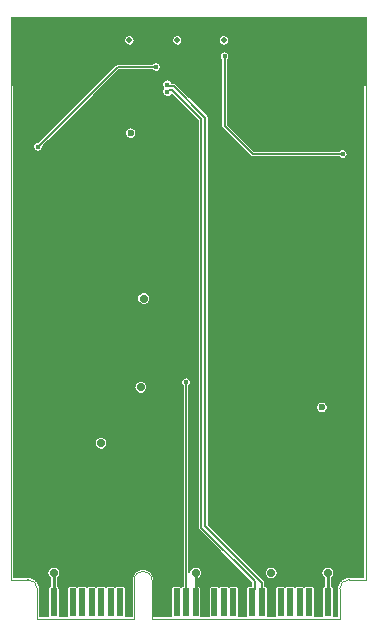
<source format=gbr>
G04 #@! TF.GenerationSoftware,KiCad,Pcbnew,5.1.5+dfsg1-2build2*
G04 #@! TF.CreationDate,2021-01-22T23:18:44+11:00*
G04 #@! TF.ProjectId,mPCIe-LEA-4L,6d504349-652d-44c4-9541-2d344c2e6b69,1*
G04 #@! TF.SameCoordinates,Original*
G04 #@! TF.FileFunction,Copper,L4,Bot*
G04 #@! TF.FilePolarity,Positive*
%FSLAX46Y46*%
G04 Gerber Fmt 4.6, Leading zero omitted, Abs format (unit mm)*
G04 Created by KiCad (PCBNEW 5.1.5+dfsg1-2build2) date 2021-01-22 23:18:44*
%MOMM*%
%LPD*%
G04 APERTURE LIST*
G04 #@! TA.AperFunction,EtchedComponent*
%ADD10C,0.050000*%
G04 #@! TD*
G04 #@! TA.AperFunction,ComponentPad*
%ADD11C,0.350000*%
G04 #@! TD*
G04 #@! TA.AperFunction,SMDPad,CuDef*
%ADD12R,0.600000X2.350000*%
G04 #@! TD*
G04 #@! TA.AperFunction,ViaPad*
%ADD13C,0.600000*%
G04 #@! TD*
G04 #@! TA.AperFunction,ViaPad*
%ADD14C,0.800000*%
G04 #@! TD*
G04 #@! TA.AperFunction,ViaPad*
%ADD15C,0.700000*%
G04 #@! TD*
G04 #@! TA.AperFunction,ViaPad*
%ADD16C,0.500000*%
G04 #@! TD*
G04 #@! TA.AperFunction,ViaPad*
%ADD17C,0.450000*%
G04 #@! TD*
G04 #@! TA.AperFunction,Conductor*
%ADD18C,0.304800*%
G04 #@! TD*
G04 #@! TA.AperFunction,Conductor*
%ADD19C,0.254000*%
G04 #@! TD*
G04 #@! TA.AperFunction,Conductor*
%ADD20C,0.154270*%
G04 #@! TD*
G04 #@! TA.AperFunction,Conductor*
%ADD21C,0.161500*%
G04 #@! TD*
G04 #@! TA.AperFunction,Conductor*
%ADD22C,0.152400*%
G04 #@! TD*
G04 #@! TA.AperFunction,Conductor*
%ADD23C,0.127000*%
G04 #@! TD*
G04 APERTURE END LIST*
D10*
G04 #@! TO.C,PC1*
X136900000Y-125000000D02*
X136900000Y-121750000D01*
X127200000Y-125000000D02*
X127200000Y-122500000D01*
X125000000Y-121700000D02*
X126400000Y-121700000D01*
X152800000Y-125000000D02*
X152800000Y-122500000D01*
X153600000Y-121700000D02*
X155000000Y-121700000D01*
X135400000Y-125000000D02*
X127200000Y-125000000D01*
X125000000Y-74050000D02*
X155000000Y-74050000D01*
X155000000Y-121700000D02*
X155000000Y-74050000D01*
X125000000Y-121700000D02*
X125000000Y-74050000D01*
X136900000Y-125000000D02*
X152800000Y-125000000D01*
X135400000Y-125000000D02*
X135400000Y-121750000D01*
X153600000Y-121700000D02*
G75*
G03X152800000Y-122500000I0J-800000D01*
G01*
X126400000Y-121700000D02*
G75*
G02X127200000Y-122500000I0J-800000D01*
G01*
X135400000Y-121750000D02*
G75*
G02X136900000Y-121750000I750000J0D01*
G01*
G04 #@! TD*
G04 #@! TA.AperFunction,ComponentPad*
D11*
G04 #@! TO.P,PC1,55*
G04 #@! TO.N,GND*
G36*
X155004877Y-74025480D02*
G01*
X155009567Y-74026903D01*
X155013889Y-74029213D01*
X155017678Y-74032322D01*
X155020787Y-74036111D01*
X155023097Y-74040433D01*
X155024520Y-74045123D01*
X155025000Y-74050000D01*
X155025000Y-79850000D01*
X155024520Y-79854877D01*
X155023097Y-79859567D01*
X155020787Y-79863889D01*
X155017678Y-79867678D01*
X155013889Y-79870787D01*
X155009567Y-79873097D01*
X155004877Y-79874520D01*
X155000000Y-79875000D01*
X149200000Y-79875000D01*
X149195123Y-79874520D01*
X149190433Y-79873097D01*
X149186111Y-79870787D01*
X149182322Y-79867678D01*
X149179213Y-79863889D01*
X149176903Y-79859567D01*
X149175480Y-79854877D01*
X149175000Y-79850000D01*
X149175000Y-74050000D01*
X149175480Y-74045123D01*
X149176903Y-74040433D01*
X149179213Y-74036111D01*
X149182322Y-74032322D01*
X149186111Y-74029213D01*
X149190433Y-74026903D01*
X149195123Y-74025480D01*
X149200000Y-74025000D01*
X155000000Y-74025000D01*
X155004877Y-74025480D01*
G37*
G04 #@! TD.AperFunction*
G04 #@! TA.AperFunction,ComponentPad*
G04 #@! TO.P,PC1,54*
G36*
X130804877Y-74025480D02*
G01*
X130809567Y-74026903D01*
X130813889Y-74029213D01*
X130817678Y-74032322D01*
X130820787Y-74036111D01*
X130823097Y-74040433D01*
X130824520Y-74045123D01*
X130825000Y-74050000D01*
X130825000Y-79850000D01*
X130824520Y-79854877D01*
X130823097Y-79859567D01*
X130820787Y-79863889D01*
X130817678Y-79867678D01*
X130813889Y-79870787D01*
X130809567Y-79873097D01*
X130804877Y-79874520D01*
X130800000Y-79875000D01*
X125000000Y-79875000D01*
X124995123Y-79874520D01*
X124990433Y-79873097D01*
X124986111Y-79870787D01*
X124982322Y-79867678D01*
X124979213Y-79863889D01*
X124976903Y-79859567D01*
X124975480Y-79854877D01*
X124975000Y-79850000D01*
X124975000Y-74050000D01*
X124975480Y-74045123D01*
X124976903Y-74040433D01*
X124979213Y-74036111D01*
X124982322Y-74032322D01*
X124986111Y-74029213D01*
X124990433Y-74026903D01*
X124995123Y-74025480D01*
X125000000Y-74025000D01*
X130800000Y-74025000D01*
X130804877Y-74025480D01*
G37*
G04 #@! TD.AperFunction*
D12*
G04 #@! TO.P,PC1,2*
G04 #@! TO.N,+3.3V*
X128600000Y-123625000D03*
G04 #@! TO.P,PC1,4*
G04 #@! TO.N,GND*
X129400000Y-123625000D03*
G04 #@! TO.P,PC1,6*
G04 #@! TO.N,N/C*
X130200000Y-123625000D03*
G04 #@! TO.P,PC1,8*
X131000000Y-123625000D03*
G04 #@! TO.P,PC1,10*
X131800000Y-123625000D03*
G04 #@! TO.P,PC1,12*
X132600000Y-123625000D03*
G04 #@! TO.P,PC1,14*
X133400000Y-123625000D03*
G04 #@! TO.P,PC1,16*
X134200000Y-123625000D03*
G04 #@! TO.P,PC1,52*
G04 #@! TO.N,+3.3V*
X151800000Y-123625000D03*
G04 #@! TO.P,PC1,50*
G04 #@! TO.N,GND*
X151000000Y-123625000D03*
G04 #@! TO.P,PC1,48*
G04 #@! TO.N,N/C*
X150200000Y-123625000D03*
G04 #@! TO.P,PC1,46*
X149400000Y-123625000D03*
G04 #@! TO.P,PC1,44*
X148600000Y-123625000D03*
G04 #@! TO.P,PC1,42*
X147800000Y-123625000D03*
G04 #@! TO.P,PC1,40*
G04 #@! TO.N,GND*
X147000000Y-123625000D03*
G04 #@! TO.P,PC1,38*
G04 #@! TO.N,/USB_D+*
X146200000Y-123625000D03*
G04 #@! TO.P,PC1,36*
G04 #@! TO.N,/USB_D-*
X145400000Y-123625000D03*
G04 #@! TO.P,PC1,34*
G04 #@! TO.N,GND*
X144600000Y-123625000D03*
G04 #@! TO.P,PC1,32*
G04 #@! TO.N,N/C*
X143800000Y-123625000D03*
G04 #@! TO.P,PC1,30*
X143000000Y-123625000D03*
G04 #@! TO.P,PC1,28*
X142200000Y-123625000D03*
G04 #@! TO.P,PC1,26*
G04 #@! TO.N,GND*
X141400000Y-123625000D03*
G04 #@! TO.P,PC1,24*
G04 #@! TO.N,+3.3V*
X140600000Y-123625000D03*
G04 #@! TO.P,PC1,22*
G04 #@! TO.N,/~RESET*
X139800000Y-123625000D03*
G04 #@! TO.P,PC1,20*
G04 #@! TO.N,N/C*
X139000000Y-123625000D03*
G04 #@! TO.P,PC1,18*
G04 #@! TO.N,GND*
X138200000Y-123625000D03*
G04 #@! TD*
D13*
G04 #@! TO.N,GND*
X131300000Y-103950000D03*
X145500000Y-80200000D03*
D14*
X132200000Y-96650000D03*
X128600000Y-96650000D03*
X135800000Y-84650000D03*
D13*
X145500000Y-79350000D03*
X147700000Y-79350000D03*
D14*
X132190000Y-84650000D03*
X135800000Y-96650000D03*
X135800000Y-92650000D03*
X135800000Y-88650000D03*
X128600000Y-84650000D03*
X132200000Y-92650000D03*
X132200000Y-88650000D03*
D13*
X147700000Y-80200000D03*
D14*
X128600000Y-88650000D03*
X128600000Y-92650000D03*
X150200000Y-88650000D03*
X143000000Y-88650000D03*
X126000000Y-118900000D03*
X146600000Y-88650000D03*
X146600000Y-96650000D03*
X139400000Y-96650000D03*
X150200000Y-92650000D03*
X150200000Y-96650000D03*
X146600000Y-92650000D03*
X143000000Y-92650000D03*
X146610000Y-84650000D03*
X154000000Y-118900000D03*
X143000000Y-84650000D03*
X150200000Y-84650000D03*
D13*
X147900000Y-78550000D03*
X145300000Y-78550000D03*
X147700000Y-81000000D03*
X145500000Y-81000000D03*
D14*
X143000000Y-96650000D03*
X139450000Y-88650000D03*
X139450000Y-92650000D03*
X139450000Y-84650000D03*
X154000000Y-81000000D03*
X126000000Y-81000000D03*
D15*
X137525000Y-105425000D03*
D13*
X142175000Y-101250000D03*
X140150000Y-101250000D03*
D15*
G04 #@! TO.N,+3.3V*
X147000000Y-121150000D03*
D13*
X151300000Y-107125000D03*
D15*
X140600000Y-121150000D03*
X128600000Y-121150000D03*
X151800000Y-121150000D03*
D16*
X135000000Y-76050000D03*
X139050000Y-76050000D03*
X143000000Y-76050000D03*
D15*
X132600000Y-110150000D03*
D13*
X135100000Y-83900000D03*
D15*
X136200000Y-97900000D03*
X135950000Y-105425000D03*
D17*
G04 #@! TO.N,/~LED_WLAN*
X153050000Y-85675000D03*
X143050000Y-77400000D03*
G04 #@! TO.N,/~LED_WWAN*
X127250000Y-85050000D03*
X137250000Y-78300000D03*
G04 #@! TO.N,/USB_D+*
X138200000Y-79798000D03*
G04 #@! TO.N,/USB_D-*
X138200000Y-80402000D03*
G04 #@! TO.N,/~RESET*
X139800000Y-105000000D03*
G04 #@! TD*
D18*
G04 #@! TO.N,+3.3V*
X140600000Y-123625000D02*
X140600000Y-122600000D01*
D19*
X128600000Y-121150000D02*
X128600000Y-123625000D01*
X151800000Y-123625000D02*
X151800000Y-121150000D01*
X140600000Y-123625000D02*
X140600000Y-121150000D01*
D20*
G04 #@! TO.N,/~LED_WLAN*
X145425000Y-85675000D02*
X153050000Y-85675000D01*
X143050000Y-77400000D02*
X143050000Y-83300000D01*
X143050000Y-83300000D02*
X145425000Y-85675000D01*
G04 #@! TO.N,/~LED_WWAN*
X127250000Y-85050000D02*
X134000000Y-78300000D01*
X134000000Y-78300000D02*
X137250000Y-78300000D01*
D21*
G04 #@! TO.N,/USB_D+*
X138302000Y-79900000D02*
X138200000Y-79798000D01*
X138761199Y-79940000D02*
X138720000Y-79940000D01*
X141407761Y-117184656D02*
X141407761Y-82586562D01*
X146200000Y-123625000D02*
X146200000Y-121976895D01*
X141407761Y-82586562D02*
X138761199Y-79940000D01*
X146200000Y-121976895D02*
X141407761Y-117184656D01*
X138342000Y-79940000D02*
X138200000Y-79798000D01*
X138761199Y-79940000D02*
X138342000Y-79940000D01*
G04 #@! TO.N,/USB_D-*
X138344250Y-80257750D02*
X138200000Y-80402000D01*
X138632750Y-80257750D02*
X138344250Y-80257750D01*
X145400000Y-122707750D02*
X145600000Y-122507750D01*
X145400000Y-123625000D02*
X145400000Y-122707750D01*
X145600000Y-121823094D02*
X141092250Y-117315344D01*
X141092250Y-82717250D02*
X138632750Y-80257750D01*
X145600000Y-122507750D02*
X145600000Y-121823094D01*
X141092250Y-117315344D02*
X141092250Y-82717250D01*
D22*
G04 #@! TO.N,/~RESET*
X139800000Y-123625000D02*
X139800000Y-122538518D01*
X139800000Y-123625000D02*
X139800000Y-105025000D01*
G04 #@! TD*
D23*
G04 #@! TO.N,GND*
G36*
X154784500Y-121484500D02*
G01*
X153589421Y-121484500D01*
X153579870Y-121485441D01*
X153574882Y-121485406D01*
X153571888Y-121485700D01*
X153416611Y-121502021D01*
X153397476Y-121505949D01*
X153378294Y-121509608D01*
X153375413Y-121510477D01*
X153226264Y-121556646D01*
X153208249Y-121564219D01*
X153190147Y-121571532D01*
X153187495Y-121572942D01*
X153187491Y-121572944D01*
X153187490Y-121572945D01*
X153050148Y-121647206D01*
X153033930Y-121658145D01*
X153017613Y-121668823D01*
X153015281Y-121670724D01*
X152894978Y-121770247D01*
X152881205Y-121784116D01*
X152867260Y-121797773D01*
X152865342Y-121800091D01*
X152766662Y-121921085D01*
X152755847Y-121937363D01*
X152744819Y-121953469D01*
X152743392Y-121956108D01*
X152743387Y-121956116D01*
X152743384Y-121956124D01*
X152670088Y-122093973D01*
X152662649Y-122112021D01*
X152654950Y-122129983D01*
X152654064Y-122132848D01*
X152654060Y-122132858D01*
X152654058Y-122132868D01*
X152608934Y-122282327D01*
X152605145Y-122301461D01*
X152601079Y-122320591D01*
X152600766Y-122323575D01*
X152600764Y-122323585D01*
X152600764Y-122323594D01*
X152585529Y-122478971D01*
X152585529Y-122478984D01*
X152584501Y-122489421D01*
X152584500Y-124784500D01*
X152291421Y-124784500D01*
X152291421Y-122450000D01*
X152287743Y-122412656D01*
X152276850Y-122376746D01*
X152259161Y-122343652D01*
X152235355Y-122314645D01*
X152206348Y-122290839D01*
X152173254Y-122273150D01*
X152137344Y-122262257D01*
X152117500Y-122260303D01*
X152117500Y-121587908D01*
X152144549Y-121569834D01*
X152219834Y-121494549D01*
X152278985Y-121406023D01*
X152319729Y-121307658D01*
X152340500Y-121203235D01*
X152340500Y-121096765D01*
X152319729Y-120992342D01*
X152278985Y-120893977D01*
X152219834Y-120805451D01*
X152144549Y-120730166D01*
X152056023Y-120671015D01*
X151957658Y-120630271D01*
X151853235Y-120609500D01*
X151746765Y-120609500D01*
X151642342Y-120630271D01*
X151543977Y-120671015D01*
X151455451Y-120730166D01*
X151380166Y-120805451D01*
X151321015Y-120893977D01*
X151280271Y-120992342D01*
X151259500Y-121096765D01*
X151259500Y-121203235D01*
X151280271Y-121307658D01*
X151321015Y-121406023D01*
X151380166Y-121494549D01*
X151455451Y-121569834D01*
X151482501Y-121587908D01*
X151482501Y-122260303D01*
X151462656Y-122262257D01*
X151426746Y-122273150D01*
X151393652Y-122290839D01*
X151364645Y-122314645D01*
X151340839Y-122343652D01*
X151323150Y-122376746D01*
X151312257Y-122412656D01*
X151308579Y-122450000D01*
X151308579Y-124784500D01*
X150691421Y-124784500D01*
X150691421Y-122450000D01*
X150687743Y-122412656D01*
X150676850Y-122376746D01*
X150659161Y-122343652D01*
X150635355Y-122314645D01*
X150606348Y-122290839D01*
X150573254Y-122273150D01*
X150537344Y-122262257D01*
X150500000Y-122258579D01*
X149900000Y-122258579D01*
X149862656Y-122262257D01*
X149826746Y-122273150D01*
X149800000Y-122287446D01*
X149773254Y-122273150D01*
X149737344Y-122262257D01*
X149700000Y-122258579D01*
X149100000Y-122258579D01*
X149062656Y-122262257D01*
X149026746Y-122273150D01*
X149000000Y-122287446D01*
X148973254Y-122273150D01*
X148937344Y-122262257D01*
X148900000Y-122258579D01*
X148300000Y-122258579D01*
X148262656Y-122262257D01*
X148226746Y-122273150D01*
X148200000Y-122287446D01*
X148173254Y-122273150D01*
X148137344Y-122262257D01*
X148100000Y-122258579D01*
X147500000Y-122258579D01*
X147462656Y-122262257D01*
X147426746Y-122273150D01*
X147393652Y-122290839D01*
X147364645Y-122314645D01*
X147340839Y-122343652D01*
X147323150Y-122376746D01*
X147312257Y-122412656D01*
X147308579Y-122450000D01*
X147308579Y-124784500D01*
X146718552Y-124784500D01*
X146718552Y-122450000D01*
X146714353Y-122407363D01*
X146701916Y-122366364D01*
X146681719Y-122328579D01*
X146654540Y-122295460D01*
X146621421Y-122268281D01*
X146583636Y-122248084D01*
X146542637Y-122235647D01*
X146500000Y-122231448D01*
X146498250Y-122231448D01*
X146498250Y-121991536D01*
X146499692Y-121976894D01*
X146498250Y-121962252D01*
X146498250Y-121962245D01*
X146493934Y-121918428D01*
X146493789Y-121917948D01*
X146476880Y-121862207D01*
X146472396Y-121853818D01*
X146449186Y-121810394D01*
X146411915Y-121764980D01*
X146400532Y-121755638D01*
X145741659Y-121096765D01*
X146459500Y-121096765D01*
X146459500Y-121203235D01*
X146480271Y-121307658D01*
X146521015Y-121406023D01*
X146580166Y-121494549D01*
X146655451Y-121569834D01*
X146743977Y-121628985D01*
X146842342Y-121669729D01*
X146946765Y-121690500D01*
X147053235Y-121690500D01*
X147157658Y-121669729D01*
X147256023Y-121628985D01*
X147344549Y-121569834D01*
X147419834Y-121494549D01*
X147478985Y-121406023D01*
X147519729Y-121307658D01*
X147540500Y-121203235D01*
X147540500Y-121096765D01*
X147519729Y-120992342D01*
X147478985Y-120893977D01*
X147419834Y-120805451D01*
X147344549Y-120730166D01*
X147256023Y-120671015D01*
X147157658Y-120630271D01*
X147053235Y-120609500D01*
X146946765Y-120609500D01*
X146842342Y-120630271D01*
X146743977Y-120671015D01*
X146655451Y-120730166D01*
X146580166Y-120805451D01*
X146521015Y-120893977D01*
X146480271Y-120992342D01*
X146459500Y-121096765D01*
X145741659Y-121096765D01*
X141706011Y-117061118D01*
X141706011Y-107076690D01*
X150809500Y-107076690D01*
X150809500Y-107173310D01*
X150828350Y-107268073D01*
X150865325Y-107357339D01*
X150919004Y-107437675D01*
X150987325Y-107505996D01*
X151067661Y-107559675D01*
X151156927Y-107596650D01*
X151251690Y-107615500D01*
X151348310Y-107615500D01*
X151443073Y-107596650D01*
X151532339Y-107559675D01*
X151612675Y-107505996D01*
X151680996Y-107437675D01*
X151734675Y-107357339D01*
X151771650Y-107268073D01*
X151790500Y-107173310D01*
X151790500Y-107076690D01*
X151771650Y-106981927D01*
X151734675Y-106892661D01*
X151680996Y-106812325D01*
X151612675Y-106744004D01*
X151532339Y-106690325D01*
X151443073Y-106653350D01*
X151348310Y-106634500D01*
X151251690Y-106634500D01*
X151156927Y-106653350D01*
X151067661Y-106690325D01*
X150987325Y-106744004D01*
X150919004Y-106812325D01*
X150865325Y-106892661D01*
X150828350Y-106981927D01*
X150809500Y-107076690D01*
X141706011Y-107076690D01*
X141706011Y-82601214D01*
X141707454Y-82586562D01*
X141701696Y-82528094D01*
X141684641Y-82471875D01*
X141684641Y-82471874D01*
X141656947Y-82420061D01*
X141619676Y-82374647D01*
X141608293Y-82365305D01*
X138982460Y-79739473D01*
X138973114Y-79728085D01*
X138927700Y-79690814D01*
X138875887Y-79663120D01*
X138862801Y-79659151D01*
X138819666Y-79646065D01*
X138761199Y-79640307D01*
X138746547Y-79641750D01*
X138614237Y-79641750D01*
X138592138Y-79588398D01*
X138543712Y-79515923D01*
X138482077Y-79454288D01*
X138409602Y-79405862D01*
X138329072Y-79372505D01*
X138243582Y-79355500D01*
X138156418Y-79355500D01*
X138070928Y-79372505D01*
X137990398Y-79405862D01*
X137917923Y-79454288D01*
X137856288Y-79515923D01*
X137807862Y-79588398D01*
X137774505Y-79668928D01*
X137757500Y-79754418D01*
X137757500Y-79841582D01*
X137774505Y-79927072D01*
X137807862Y-80007602D01*
X137856288Y-80080077D01*
X137876211Y-80100000D01*
X137856288Y-80119923D01*
X137807862Y-80192398D01*
X137774505Y-80272928D01*
X137757500Y-80358418D01*
X137757500Y-80445582D01*
X137774505Y-80531072D01*
X137807862Y-80611602D01*
X137856288Y-80684077D01*
X137917923Y-80745712D01*
X137990398Y-80794138D01*
X138070928Y-80827495D01*
X138156418Y-80844500D01*
X138243582Y-80844500D01*
X138329072Y-80827495D01*
X138409602Y-80794138D01*
X138482077Y-80745712D01*
X138543712Y-80684077D01*
X138581194Y-80627982D01*
X140794001Y-82840790D01*
X140794000Y-117300692D01*
X140792557Y-117315344D01*
X140798315Y-117373811D01*
X140805220Y-117396571D01*
X140815370Y-117430031D01*
X140843064Y-117481844D01*
X140880335Y-117527259D01*
X140891723Y-117536605D01*
X145301751Y-121946634D01*
X145301750Y-122231448D01*
X145100000Y-122231448D01*
X145057363Y-122235647D01*
X145016364Y-122248084D01*
X144978579Y-122268281D01*
X144945460Y-122295460D01*
X144918281Y-122328579D01*
X144898084Y-122366364D01*
X144885647Y-122407363D01*
X144881448Y-122450000D01*
X144881448Y-124784500D01*
X144291421Y-124784500D01*
X144291421Y-122450000D01*
X144287743Y-122412656D01*
X144276850Y-122376746D01*
X144259161Y-122343652D01*
X144235355Y-122314645D01*
X144206348Y-122290839D01*
X144173254Y-122273150D01*
X144137344Y-122262257D01*
X144100000Y-122258579D01*
X143500000Y-122258579D01*
X143462656Y-122262257D01*
X143426746Y-122273150D01*
X143400000Y-122287446D01*
X143373254Y-122273150D01*
X143337344Y-122262257D01*
X143300000Y-122258579D01*
X142700000Y-122258579D01*
X142662656Y-122262257D01*
X142626746Y-122273150D01*
X142600000Y-122287446D01*
X142573254Y-122273150D01*
X142537344Y-122262257D01*
X142500000Y-122258579D01*
X141900000Y-122258579D01*
X141862656Y-122262257D01*
X141826746Y-122273150D01*
X141793652Y-122290839D01*
X141764645Y-122314645D01*
X141740839Y-122343652D01*
X141723150Y-122376746D01*
X141712257Y-122412656D01*
X141708579Y-122450000D01*
X141708579Y-124784500D01*
X141091421Y-124784500D01*
X141091421Y-122450000D01*
X141087743Y-122412656D01*
X141076850Y-122376746D01*
X141059161Y-122343652D01*
X141035355Y-122314645D01*
X141006348Y-122290839D01*
X140973254Y-122273150D01*
X140937344Y-122262257D01*
X140917500Y-122260303D01*
X140917500Y-121587908D01*
X140944549Y-121569834D01*
X141019834Y-121494549D01*
X141078985Y-121406023D01*
X141119729Y-121307658D01*
X141140500Y-121203235D01*
X141140500Y-121096765D01*
X141119729Y-120992342D01*
X141078985Y-120893977D01*
X141019834Y-120805451D01*
X140944549Y-120730166D01*
X140856023Y-120671015D01*
X140757658Y-120630271D01*
X140653235Y-120609500D01*
X140546765Y-120609500D01*
X140442342Y-120630271D01*
X140343977Y-120671015D01*
X140255451Y-120730166D01*
X140180166Y-120805451D01*
X140121015Y-120893977D01*
X140080271Y-120992342D01*
X140066700Y-121060568D01*
X140066700Y-105320906D01*
X140122740Y-105264866D01*
X140168211Y-105196813D01*
X140199532Y-105121197D01*
X140215500Y-105040923D01*
X140215500Y-104959077D01*
X140199532Y-104878803D01*
X140168211Y-104803187D01*
X140122740Y-104735134D01*
X140064866Y-104677260D01*
X139996813Y-104631789D01*
X139921197Y-104600468D01*
X139840923Y-104584500D01*
X139759077Y-104584500D01*
X139678803Y-104600468D01*
X139603187Y-104631789D01*
X139535134Y-104677260D01*
X139477260Y-104735134D01*
X139431789Y-104803187D01*
X139400468Y-104878803D01*
X139384500Y-104959077D01*
X139384500Y-105040923D01*
X139400468Y-105121197D01*
X139431789Y-105196813D01*
X139477260Y-105264866D01*
X139533301Y-105320907D01*
X139533300Y-122258579D01*
X139500000Y-122258579D01*
X139462656Y-122262257D01*
X139426746Y-122273150D01*
X139400000Y-122287446D01*
X139373254Y-122273150D01*
X139337344Y-122262257D01*
X139300000Y-122258579D01*
X138700000Y-122258579D01*
X138662656Y-122262257D01*
X138626746Y-122273150D01*
X138593652Y-122290839D01*
X138564645Y-122314645D01*
X138540839Y-122343652D01*
X138523150Y-122376746D01*
X138512257Y-122412656D01*
X138508579Y-122450000D01*
X138508579Y-124784500D01*
X137115500Y-124784500D01*
X137115500Y-121739421D01*
X137115427Y-121738675D01*
X137115422Y-121738026D01*
X137114476Y-121729022D01*
X137114399Y-121728243D01*
X137114399Y-121718499D01*
X137114084Y-121715507D01*
X137097768Y-121570045D01*
X137093713Y-121550965D01*
X137089914Y-121531780D01*
X137089024Y-121528906D01*
X137044765Y-121389383D01*
X137037059Y-121371404D01*
X137029627Y-121353373D01*
X137028196Y-121350726D01*
X136957679Y-121222456D01*
X136946640Y-121206334D01*
X136935837Y-121190074D01*
X136933919Y-121187756D01*
X136933917Y-121187753D01*
X136933914Y-121187750D01*
X136839831Y-121075625D01*
X136825866Y-121061949D01*
X136812112Y-121048099D01*
X136809786Y-121046202D01*
X136809782Y-121046198D01*
X136809778Y-121046195D01*
X136695704Y-120954479D01*
X136679371Y-120943791D01*
X136663170Y-120932863D01*
X136660513Y-120931450D01*
X136530796Y-120863635D01*
X136512683Y-120856317D01*
X136494679Y-120848749D01*
X136491803Y-120847881D01*
X136491797Y-120847879D01*
X136351380Y-120806553D01*
X136332197Y-120802894D01*
X136313063Y-120798966D01*
X136310068Y-120798672D01*
X136164296Y-120785405D01*
X136144764Y-120785541D01*
X136125232Y-120785405D01*
X136122248Y-120785698D01*
X136122239Y-120785698D01*
X136122231Y-120785700D01*
X135976665Y-120801000D01*
X135957530Y-120804928D01*
X135938348Y-120808587D01*
X135935467Y-120809456D01*
X135795638Y-120852740D01*
X135777625Y-120860312D01*
X135759523Y-120867626D01*
X135756866Y-120869039D01*
X135628108Y-120938658D01*
X135611926Y-120949573D01*
X135595572Y-120960274D01*
X135593246Y-120962172D01*
X135593240Y-120962176D01*
X135593235Y-120962181D01*
X135480457Y-121055478D01*
X135466687Y-121069344D01*
X135452739Y-121083003D01*
X135450821Y-121085322D01*
X135358309Y-121198754D01*
X135347508Y-121215011D01*
X135336465Y-121231137D01*
X135335034Y-121233784D01*
X135266315Y-121363025D01*
X135258871Y-121381085D01*
X135251177Y-121399037D01*
X135250288Y-121401908D01*
X135250288Y-121401910D01*
X135250287Y-121401912D01*
X135207981Y-121542039D01*
X135204190Y-121561187D01*
X135200127Y-121580301D01*
X135199814Y-121583288D01*
X135199812Y-121583296D01*
X135199812Y-121583304D01*
X135185529Y-121728970D01*
X135185529Y-121728984D01*
X135184501Y-121739421D01*
X135184500Y-124784500D01*
X134691421Y-124784500D01*
X134691421Y-122450000D01*
X134687743Y-122412656D01*
X134676850Y-122376746D01*
X134659161Y-122343652D01*
X134635355Y-122314645D01*
X134606348Y-122290839D01*
X134573254Y-122273150D01*
X134537344Y-122262257D01*
X134500000Y-122258579D01*
X133900000Y-122258579D01*
X133862656Y-122262257D01*
X133826746Y-122273150D01*
X133800000Y-122287446D01*
X133773254Y-122273150D01*
X133737344Y-122262257D01*
X133700000Y-122258579D01*
X133100000Y-122258579D01*
X133062656Y-122262257D01*
X133026746Y-122273150D01*
X133000000Y-122287446D01*
X132973254Y-122273150D01*
X132937344Y-122262257D01*
X132900000Y-122258579D01*
X132300000Y-122258579D01*
X132262656Y-122262257D01*
X132226746Y-122273150D01*
X132200000Y-122287446D01*
X132173254Y-122273150D01*
X132137344Y-122262257D01*
X132100000Y-122258579D01*
X131500000Y-122258579D01*
X131462656Y-122262257D01*
X131426746Y-122273150D01*
X131400000Y-122287446D01*
X131373254Y-122273150D01*
X131337344Y-122262257D01*
X131300000Y-122258579D01*
X130700000Y-122258579D01*
X130662656Y-122262257D01*
X130626746Y-122273150D01*
X130600000Y-122287446D01*
X130573254Y-122273150D01*
X130537344Y-122262257D01*
X130500000Y-122258579D01*
X129900000Y-122258579D01*
X129862656Y-122262257D01*
X129826746Y-122273150D01*
X129793652Y-122290839D01*
X129764645Y-122314645D01*
X129740839Y-122343652D01*
X129723150Y-122376746D01*
X129712257Y-122412656D01*
X129708579Y-122450000D01*
X129708579Y-124784500D01*
X129091421Y-124784500D01*
X129091421Y-122450000D01*
X129087743Y-122412656D01*
X129076850Y-122376746D01*
X129059161Y-122343652D01*
X129035355Y-122314645D01*
X129006348Y-122290839D01*
X128973254Y-122273150D01*
X128937344Y-122262257D01*
X128917500Y-122260303D01*
X128917500Y-121587908D01*
X128944549Y-121569834D01*
X129019834Y-121494549D01*
X129078985Y-121406023D01*
X129119729Y-121307658D01*
X129140500Y-121203235D01*
X129140500Y-121096765D01*
X129119729Y-120992342D01*
X129078985Y-120893977D01*
X129019834Y-120805451D01*
X128944549Y-120730166D01*
X128856023Y-120671015D01*
X128757658Y-120630271D01*
X128653235Y-120609500D01*
X128546765Y-120609500D01*
X128442342Y-120630271D01*
X128343977Y-120671015D01*
X128255451Y-120730166D01*
X128180166Y-120805451D01*
X128121015Y-120893977D01*
X128080271Y-120992342D01*
X128059500Y-121096765D01*
X128059500Y-121203235D01*
X128080271Y-121307658D01*
X128121015Y-121406023D01*
X128180166Y-121494549D01*
X128255451Y-121569834D01*
X128282500Y-121587908D01*
X128282500Y-122260303D01*
X128262656Y-122262257D01*
X128226746Y-122273150D01*
X128193652Y-122290839D01*
X128164645Y-122314645D01*
X128140839Y-122343652D01*
X128123150Y-122376746D01*
X128112257Y-122412656D01*
X128108579Y-122450000D01*
X128108579Y-124784500D01*
X127415500Y-124784500D01*
X127415500Y-122489421D01*
X127414559Y-122479870D01*
X127414594Y-122474882D01*
X127414300Y-122471888D01*
X127397979Y-122316611D01*
X127394051Y-122297476D01*
X127390392Y-122278294D01*
X127389523Y-122275413D01*
X127343354Y-122126264D01*
X127335781Y-122108249D01*
X127328468Y-122090147D01*
X127327055Y-122087490D01*
X127252794Y-121950148D01*
X127241855Y-121933930D01*
X127231177Y-121917613D01*
X127229276Y-121915281D01*
X127129753Y-121794978D01*
X127115884Y-121781205D01*
X127102227Y-121767260D01*
X127099909Y-121765342D01*
X126978915Y-121666662D01*
X126962637Y-121655847D01*
X126946531Y-121644819D01*
X126943892Y-121643392D01*
X126943884Y-121643387D01*
X126943876Y-121643384D01*
X126806027Y-121570088D01*
X126787979Y-121562649D01*
X126770017Y-121554950D01*
X126767152Y-121554064D01*
X126767142Y-121554060D01*
X126767132Y-121554058D01*
X126617673Y-121508934D01*
X126598539Y-121505145D01*
X126579409Y-121501079D01*
X126576425Y-121500766D01*
X126576415Y-121500764D01*
X126576406Y-121500764D01*
X126421029Y-121485529D01*
X126421026Y-121485529D01*
X126410579Y-121484500D01*
X125215500Y-121484500D01*
X125215500Y-110096765D01*
X132059500Y-110096765D01*
X132059500Y-110203235D01*
X132080271Y-110307658D01*
X132121015Y-110406023D01*
X132180166Y-110494549D01*
X132255451Y-110569834D01*
X132343977Y-110628985D01*
X132442342Y-110669729D01*
X132546765Y-110690500D01*
X132653235Y-110690500D01*
X132757658Y-110669729D01*
X132856023Y-110628985D01*
X132944549Y-110569834D01*
X133019834Y-110494549D01*
X133078985Y-110406023D01*
X133119729Y-110307658D01*
X133140500Y-110203235D01*
X133140500Y-110096765D01*
X133119729Y-109992342D01*
X133078985Y-109893977D01*
X133019834Y-109805451D01*
X132944549Y-109730166D01*
X132856023Y-109671015D01*
X132757658Y-109630271D01*
X132653235Y-109609500D01*
X132546765Y-109609500D01*
X132442342Y-109630271D01*
X132343977Y-109671015D01*
X132255451Y-109730166D01*
X132180166Y-109805451D01*
X132121015Y-109893977D01*
X132080271Y-109992342D01*
X132059500Y-110096765D01*
X125215500Y-110096765D01*
X125215500Y-105371765D01*
X135409500Y-105371765D01*
X135409500Y-105478235D01*
X135430271Y-105582658D01*
X135471015Y-105681023D01*
X135530166Y-105769549D01*
X135605451Y-105844834D01*
X135693977Y-105903985D01*
X135792342Y-105944729D01*
X135896765Y-105965500D01*
X136003235Y-105965500D01*
X136107658Y-105944729D01*
X136206023Y-105903985D01*
X136294549Y-105844834D01*
X136369834Y-105769549D01*
X136428985Y-105681023D01*
X136469729Y-105582658D01*
X136490500Y-105478235D01*
X136490500Y-105371765D01*
X136469729Y-105267342D01*
X136428985Y-105168977D01*
X136369834Y-105080451D01*
X136294549Y-105005166D01*
X136206023Y-104946015D01*
X136107658Y-104905271D01*
X136003235Y-104884500D01*
X135896765Y-104884500D01*
X135792342Y-104905271D01*
X135693977Y-104946015D01*
X135605451Y-105005166D01*
X135530166Y-105080451D01*
X135471015Y-105168977D01*
X135430271Y-105267342D01*
X135409500Y-105371765D01*
X125215500Y-105371765D01*
X125215500Y-97846765D01*
X135659500Y-97846765D01*
X135659500Y-97953235D01*
X135680271Y-98057658D01*
X135721015Y-98156023D01*
X135780166Y-98244549D01*
X135855451Y-98319834D01*
X135943977Y-98378985D01*
X136042342Y-98419729D01*
X136146765Y-98440500D01*
X136253235Y-98440500D01*
X136357658Y-98419729D01*
X136456023Y-98378985D01*
X136544549Y-98319834D01*
X136619834Y-98244549D01*
X136678985Y-98156023D01*
X136719729Y-98057658D01*
X136740500Y-97953235D01*
X136740500Y-97846765D01*
X136719729Y-97742342D01*
X136678985Y-97643977D01*
X136619834Y-97555451D01*
X136544549Y-97480166D01*
X136456023Y-97421015D01*
X136357658Y-97380271D01*
X136253235Y-97359500D01*
X136146765Y-97359500D01*
X136042342Y-97380271D01*
X135943977Y-97421015D01*
X135855451Y-97480166D01*
X135780166Y-97555451D01*
X135721015Y-97643977D01*
X135680271Y-97742342D01*
X135659500Y-97846765D01*
X125215500Y-97846765D01*
X125215500Y-85009077D01*
X126834500Y-85009077D01*
X126834500Y-85090923D01*
X126850468Y-85171197D01*
X126881789Y-85246813D01*
X126927260Y-85314866D01*
X126985134Y-85372740D01*
X127053187Y-85418211D01*
X127128803Y-85449532D01*
X127209077Y-85465500D01*
X127290923Y-85465500D01*
X127371197Y-85449532D01*
X127446813Y-85418211D01*
X127514866Y-85372740D01*
X127572740Y-85314866D01*
X127618211Y-85246813D01*
X127649532Y-85171197D01*
X127665500Y-85090923D01*
X127665500Y-85012992D01*
X128826802Y-83851690D01*
X134609500Y-83851690D01*
X134609500Y-83948310D01*
X134628350Y-84043073D01*
X134665325Y-84132339D01*
X134719004Y-84212675D01*
X134787325Y-84280996D01*
X134867661Y-84334675D01*
X134956927Y-84371650D01*
X135051690Y-84390500D01*
X135148310Y-84390500D01*
X135243073Y-84371650D01*
X135332339Y-84334675D01*
X135412675Y-84280996D01*
X135480996Y-84212675D01*
X135534675Y-84132339D01*
X135571650Y-84043073D01*
X135590500Y-83948310D01*
X135590500Y-83851690D01*
X135571650Y-83756927D01*
X135534675Y-83667661D01*
X135480996Y-83587325D01*
X135412675Y-83519004D01*
X135332339Y-83465325D01*
X135243073Y-83428350D01*
X135148310Y-83409500D01*
X135051690Y-83409500D01*
X134956927Y-83428350D01*
X134867661Y-83465325D01*
X134787325Y-83519004D01*
X134719004Y-83587325D01*
X134665325Y-83667661D01*
X134628350Y-83756927D01*
X134609500Y-83851690D01*
X128826802Y-83851690D01*
X134110858Y-78567635D01*
X136930029Y-78567635D01*
X136985134Y-78622740D01*
X137053187Y-78668211D01*
X137128803Y-78699532D01*
X137209077Y-78715500D01*
X137290923Y-78715500D01*
X137371197Y-78699532D01*
X137446813Y-78668211D01*
X137514866Y-78622740D01*
X137572740Y-78564866D01*
X137618211Y-78496813D01*
X137649532Y-78421197D01*
X137665500Y-78340923D01*
X137665500Y-78259077D01*
X137649532Y-78178803D01*
X137618211Y-78103187D01*
X137572740Y-78035134D01*
X137514866Y-77977260D01*
X137446813Y-77931789D01*
X137371197Y-77900468D01*
X137290923Y-77884500D01*
X137209077Y-77884500D01*
X137128803Y-77900468D01*
X137053187Y-77931789D01*
X136985134Y-77977260D01*
X136930029Y-78032365D01*
X134013144Y-78032365D01*
X134000000Y-78031070D01*
X133973603Y-78033671D01*
X133947535Y-78036238D01*
X133897085Y-78051542D01*
X133850590Y-78076394D01*
X133832519Y-78091224D01*
X133809838Y-78109838D01*
X133801460Y-78120047D01*
X127287008Y-84634500D01*
X127209077Y-84634500D01*
X127128803Y-84650468D01*
X127053187Y-84681789D01*
X126985134Y-84727260D01*
X126927260Y-84785134D01*
X126881789Y-84853187D01*
X126850468Y-84928803D01*
X126834500Y-85009077D01*
X125215500Y-85009077D01*
X125215500Y-77359077D01*
X142634500Y-77359077D01*
X142634500Y-77440923D01*
X142650468Y-77521197D01*
X142681789Y-77596813D01*
X142727260Y-77664866D01*
X142782365Y-77719971D01*
X142782366Y-83286853D01*
X142781071Y-83300000D01*
X142786239Y-83352465D01*
X142801542Y-83402914D01*
X142826394Y-83449409D01*
X142839456Y-83465325D01*
X142859839Y-83490162D01*
X142870048Y-83498540D01*
X145226460Y-85854953D01*
X145234838Y-85865162D01*
X145257519Y-85883776D01*
X145275590Y-85898606D01*
X145322085Y-85923458D01*
X145372535Y-85938762D01*
X145411861Y-85942635D01*
X145411862Y-85942635D01*
X145424999Y-85943929D01*
X145438136Y-85942635D01*
X152730029Y-85942635D01*
X152785134Y-85997740D01*
X152853187Y-86043211D01*
X152928803Y-86074532D01*
X153009077Y-86090500D01*
X153090923Y-86090500D01*
X153171197Y-86074532D01*
X153246813Y-86043211D01*
X153314866Y-85997740D01*
X153372740Y-85939866D01*
X153418211Y-85871813D01*
X153449532Y-85796197D01*
X153465500Y-85715923D01*
X153465500Y-85634077D01*
X153449532Y-85553803D01*
X153418211Y-85478187D01*
X153372740Y-85410134D01*
X153314866Y-85352260D01*
X153246813Y-85306789D01*
X153171197Y-85275468D01*
X153090923Y-85259500D01*
X153009077Y-85259500D01*
X152928803Y-85275468D01*
X152853187Y-85306789D01*
X152785134Y-85352260D01*
X152730029Y-85407365D01*
X145535858Y-85407365D01*
X143317635Y-83189143D01*
X143317635Y-77719971D01*
X143372740Y-77664866D01*
X143418211Y-77596813D01*
X143449532Y-77521197D01*
X143465500Y-77440923D01*
X143465500Y-77359077D01*
X143449532Y-77278803D01*
X143418211Y-77203187D01*
X143372740Y-77135134D01*
X143314866Y-77077260D01*
X143246813Y-77031789D01*
X143171197Y-77000468D01*
X143090923Y-76984500D01*
X143009077Y-76984500D01*
X142928803Y-77000468D01*
X142853187Y-77031789D01*
X142785134Y-77077260D01*
X142727260Y-77135134D01*
X142681789Y-77203187D01*
X142650468Y-77278803D01*
X142634500Y-77359077D01*
X125215500Y-77359077D01*
X125215500Y-76006615D01*
X134559500Y-76006615D01*
X134559500Y-76093385D01*
X134576429Y-76178489D01*
X134609634Y-76258655D01*
X134657842Y-76330802D01*
X134719198Y-76392158D01*
X134791345Y-76440366D01*
X134871511Y-76473571D01*
X134956615Y-76490500D01*
X135043385Y-76490500D01*
X135128489Y-76473571D01*
X135208655Y-76440366D01*
X135280802Y-76392158D01*
X135342158Y-76330802D01*
X135390366Y-76258655D01*
X135423571Y-76178489D01*
X135440500Y-76093385D01*
X135440500Y-76006615D01*
X138609500Y-76006615D01*
X138609500Y-76093385D01*
X138626429Y-76178489D01*
X138659634Y-76258655D01*
X138707842Y-76330802D01*
X138769198Y-76392158D01*
X138841345Y-76440366D01*
X138921511Y-76473571D01*
X139006615Y-76490500D01*
X139093385Y-76490500D01*
X139178489Y-76473571D01*
X139258655Y-76440366D01*
X139330802Y-76392158D01*
X139392158Y-76330802D01*
X139440366Y-76258655D01*
X139473571Y-76178489D01*
X139490500Y-76093385D01*
X139490500Y-76006615D01*
X142559500Y-76006615D01*
X142559500Y-76093385D01*
X142576429Y-76178489D01*
X142609634Y-76258655D01*
X142657842Y-76330802D01*
X142719198Y-76392158D01*
X142791345Y-76440366D01*
X142871511Y-76473571D01*
X142956615Y-76490500D01*
X143043385Y-76490500D01*
X143128489Y-76473571D01*
X143208655Y-76440366D01*
X143280802Y-76392158D01*
X143342158Y-76330802D01*
X143390366Y-76258655D01*
X143423571Y-76178489D01*
X143440500Y-76093385D01*
X143440500Y-76006615D01*
X143423571Y-75921511D01*
X143390366Y-75841345D01*
X143342158Y-75769198D01*
X143280802Y-75707842D01*
X143208655Y-75659634D01*
X143128489Y-75626429D01*
X143043385Y-75609500D01*
X142956615Y-75609500D01*
X142871511Y-75626429D01*
X142791345Y-75659634D01*
X142719198Y-75707842D01*
X142657842Y-75769198D01*
X142609634Y-75841345D01*
X142576429Y-75921511D01*
X142559500Y-76006615D01*
X139490500Y-76006615D01*
X139473571Y-75921511D01*
X139440366Y-75841345D01*
X139392158Y-75769198D01*
X139330802Y-75707842D01*
X139258655Y-75659634D01*
X139178489Y-75626429D01*
X139093385Y-75609500D01*
X139006615Y-75609500D01*
X138921511Y-75626429D01*
X138841345Y-75659634D01*
X138769198Y-75707842D01*
X138707842Y-75769198D01*
X138659634Y-75841345D01*
X138626429Y-75921511D01*
X138609500Y-76006615D01*
X135440500Y-76006615D01*
X135423571Y-75921511D01*
X135390366Y-75841345D01*
X135342158Y-75769198D01*
X135280802Y-75707842D01*
X135208655Y-75659634D01*
X135128489Y-75626429D01*
X135043385Y-75609500D01*
X134956615Y-75609500D01*
X134871511Y-75626429D01*
X134791345Y-75659634D01*
X134719198Y-75707842D01*
X134657842Y-75769198D01*
X134609634Y-75841345D01*
X134576429Y-75921511D01*
X134559500Y-76006615D01*
X125215500Y-76006615D01*
X125215500Y-74265500D01*
X154784501Y-74265500D01*
X154784500Y-121484500D01*
G37*
X154784500Y-121484500D02*
X153589421Y-121484500D01*
X153579870Y-121485441D01*
X153574882Y-121485406D01*
X153571888Y-121485700D01*
X153416611Y-121502021D01*
X153397476Y-121505949D01*
X153378294Y-121509608D01*
X153375413Y-121510477D01*
X153226264Y-121556646D01*
X153208249Y-121564219D01*
X153190147Y-121571532D01*
X153187495Y-121572942D01*
X153187491Y-121572944D01*
X153187490Y-121572945D01*
X153050148Y-121647206D01*
X153033930Y-121658145D01*
X153017613Y-121668823D01*
X153015281Y-121670724D01*
X152894978Y-121770247D01*
X152881205Y-121784116D01*
X152867260Y-121797773D01*
X152865342Y-121800091D01*
X152766662Y-121921085D01*
X152755847Y-121937363D01*
X152744819Y-121953469D01*
X152743392Y-121956108D01*
X152743387Y-121956116D01*
X152743384Y-121956124D01*
X152670088Y-122093973D01*
X152662649Y-122112021D01*
X152654950Y-122129983D01*
X152654064Y-122132848D01*
X152654060Y-122132858D01*
X152654058Y-122132868D01*
X152608934Y-122282327D01*
X152605145Y-122301461D01*
X152601079Y-122320591D01*
X152600766Y-122323575D01*
X152600764Y-122323585D01*
X152600764Y-122323594D01*
X152585529Y-122478971D01*
X152585529Y-122478984D01*
X152584501Y-122489421D01*
X152584500Y-124784500D01*
X152291421Y-124784500D01*
X152291421Y-122450000D01*
X152287743Y-122412656D01*
X152276850Y-122376746D01*
X152259161Y-122343652D01*
X152235355Y-122314645D01*
X152206348Y-122290839D01*
X152173254Y-122273150D01*
X152137344Y-122262257D01*
X152117500Y-122260303D01*
X152117500Y-121587908D01*
X152144549Y-121569834D01*
X152219834Y-121494549D01*
X152278985Y-121406023D01*
X152319729Y-121307658D01*
X152340500Y-121203235D01*
X152340500Y-121096765D01*
X152319729Y-120992342D01*
X152278985Y-120893977D01*
X152219834Y-120805451D01*
X152144549Y-120730166D01*
X152056023Y-120671015D01*
X151957658Y-120630271D01*
X151853235Y-120609500D01*
X151746765Y-120609500D01*
X151642342Y-120630271D01*
X151543977Y-120671015D01*
X151455451Y-120730166D01*
X151380166Y-120805451D01*
X151321015Y-120893977D01*
X151280271Y-120992342D01*
X151259500Y-121096765D01*
X151259500Y-121203235D01*
X151280271Y-121307658D01*
X151321015Y-121406023D01*
X151380166Y-121494549D01*
X151455451Y-121569834D01*
X151482501Y-121587908D01*
X151482501Y-122260303D01*
X151462656Y-122262257D01*
X151426746Y-122273150D01*
X151393652Y-122290839D01*
X151364645Y-122314645D01*
X151340839Y-122343652D01*
X151323150Y-122376746D01*
X151312257Y-122412656D01*
X151308579Y-122450000D01*
X151308579Y-124784500D01*
X150691421Y-124784500D01*
X150691421Y-122450000D01*
X150687743Y-122412656D01*
X150676850Y-122376746D01*
X150659161Y-122343652D01*
X150635355Y-122314645D01*
X150606348Y-122290839D01*
X150573254Y-122273150D01*
X150537344Y-122262257D01*
X150500000Y-122258579D01*
X149900000Y-122258579D01*
X149862656Y-122262257D01*
X149826746Y-122273150D01*
X149800000Y-122287446D01*
X149773254Y-122273150D01*
X149737344Y-122262257D01*
X149700000Y-122258579D01*
X149100000Y-122258579D01*
X149062656Y-122262257D01*
X149026746Y-122273150D01*
X149000000Y-122287446D01*
X148973254Y-122273150D01*
X148937344Y-122262257D01*
X148900000Y-122258579D01*
X148300000Y-122258579D01*
X148262656Y-122262257D01*
X148226746Y-122273150D01*
X148200000Y-122287446D01*
X148173254Y-122273150D01*
X148137344Y-122262257D01*
X148100000Y-122258579D01*
X147500000Y-122258579D01*
X147462656Y-122262257D01*
X147426746Y-122273150D01*
X147393652Y-122290839D01*
X147364645Y-122314645D01*
X147340839Y-122343652D01*
X147323150Y-122376746D01*
X147312257Y-122412656D01*
X147308579Y-122450000D01*
X147308579Y-124784500D01*
X146718552Y-124784500D01*
X146718552Y-122450000D01*
X146714353Y-122407363D01*
X146701916Y-122366364D01*
X146681719Y-122328579D01*
X146654540Y-122295460D01*
X146621421Y-122268281D01*
X146583636Y-122248084D01*
X146542637Y-122235647D01*
X146500000Y-122231448D01*
X146498250Y-122231448D01*
X146498250Y-121991536D01*
X146499692Y-121976894D01*
X146498250Y-121962252D01*
X146498250Y-121962245D01*
X146493934Y-121918428D01*
X146493789Y-121917948D01*
X146476880Y-121862207D01*
X146472396Y-121853818D01*
X146449186Y-121810394D01*
X146411915Y-121764980D01*
X146400532Y-121755638D01*
X145741659Y-121096765D01*
X146459500Y-121096765D01*
X146459500Y-121203235D01*
X146480271Y-121307658D01*
X146521015Y-121406023D01*
X146580166Y-121494549D01*
X146655451Y-121569834D01*
X146743977Y-121628985D01*
X146842342Y-121669729D01*
X146946765Y-121690500D01*
X147053235Y-121690500D01*
X147157658Y-121669729D01*
X147256023Y-121628985D01*
X147344549Y-121569834D01*
X147419834Y-121494549D01*
X147478985Y-121406023D01*
X147519729Y-121307658D01*
X147540500Y-121203235D01*
X147540500Y-121096765D01*
X147519729Y-120992342D01*
X147478985Y-120893977D01*
X147419834Y-120805451D01*
X147344549Y-120730166D01*
X147256023Y-120671015D01*
X147157658Y-120630271D01*
X147053235Y-120609500D01*
X146946765Y-120609500D01*
X146842342Y-120630271D01*
X146743977Y-120671015D01*
X146655451Y-120730166D01*
X146580166Y-120805451D01*
X146521015Y-120893977D01*
X146480271Y-120992342D01*
X146459500Y-121096765D01*
X145741659Y-121096765D01*
X141706011Y-117061118D01*
X141706011Y-107076690D01*
X150809500Y-107076690D01*
X150809500Y-107173310D01*
X150828350Y-107268073D01*
X150865325Y-107357339D01*
X150919004Y-107437675D01*
X150987325Y-107505996D01*
X151067661Y-107559675D01*
X151156927Y-107596650D01*
X151251690Y-107615500D01*
X151348310Y-107615500D01*
X151443073Y-107596650D01*
X151532339Y-107559675D01*
X151612675Y-107505996D01*
X151680996Y-107437675D01*
X151734675Y-107357339D01*
X151771650Y-107268073D01*
X151790500Y-107173310D01*
X151790500Y-107076690D01*
X151771650Y-106981927D01*
X151734675Y-106892661D01*
X151680996Y-106812325D01*
X151612675Y-106744004D01*
X151532339Y-106690325D01*
X151443073Y-106653350D01*
X151348310Y-106634500D01*
X151251690Y-106634500D01*
X151156927Y-106653350D01*
X151067661Y-106690325D01*
X150987325Y-106744004D01*
X150919004Y-106812325D01*
X150865325Y-106892661D01*
X150828350Y-106981927D01*
X150809500Y-107076690D01*
X141706011Y-107076690D01*
X141706011Y-82601214D01*
X141707454Y-82586562D01*
X141701696Y-82528094D01*
X141684641Y-82471875D01*
X141684641Y-82471874D01*
X141656947Y-82420061D01*
X141619676Y-82374647D01*
X141608293Y-82365305D01*
X138982460Y-79739473D01*
X138973114Y-79728085D01*
X138927700Y-79690814D01*
X138875887Y-79663120D01*
X138862801Y-79659151D01*
X138819666Y-79646065D01*
X138761199Y-79640307D01*
X138746547Y-79641750D01*
X138614237Y-79641750D01*
X138592138Y-79588398D01*
X138543712Y-79515923D01*
X138482077Y-79454288D01*
X138409602Y-79405862D01*
X138329072Y-79372505D01*
X138243582Y-79355500D01*
X138156418Y-79355500D01*
X138070928Y-79372505D01*
X137990398Y-79405862D01*
X137917923Y-79454288D01*
X137856288Y-79515923D01*
X137807862Y-79588398D01*
X137774505Y-79668928D01*
X137757500Y-79754418D01*
X137757500Y-79841582D01*
X137774505Y-79927072D01*
X137807862Y-80007602D01*
X137856288Y-80080077D01*
X137876211Y-80100000D01*
X137856288Y-80119923D01*
X137807862Y-80192398D01*
X137774505Y-80272928D01*
X137757500Y-80358418D01*
X137757500Y-80445582D01*
X137774505Y-80531072D01*
X137807862Y-80611602D01*
X137856288Y-80684077D01*
X137917923Y-80745712D01*
X137990398Y-80794138D01*
X138070928Y-80827495D01*
X138156418Y-80844500D01*
X138243582Y-80844500D01*
X138329072Y-80827495D01*
X138409602Y-80794138D01*
X138482077Y-80745712D01*
X138543712Y-80684077D01*
X138581194Y-80627982D01*
X140794001Y-82840790D01*
X140794000Y-117300692D01*
X140792557Y-117315344D01*
X140798315Y-117373811D01*
X140805220Y-117396571D01*
X140815370Y-117430031D01*
X140843064Y-117481844D01*
X140880335Y-117527259D01*
X140891723Y-117536605D01*
X145301751Y-121946634D01*
X145301750Y-122231448D01*
X145100000Y-122231448D01*
X145057363Y-122235647D01*
X145016364Y-122248084D01*
X144978579Y-122268281D01*
X144945460Y-122295460D01*
X144918281Y-122328579D01*
X144898084Y-122366364D01*
X144885647Y-122407363D01*
X144881448Y-122450000D01*
X144881448Y-124784500D01*
X144291421Y-124784500D01*
X144291421Y-122450000D01*
X144287743Y-122412656D01*
X144276850Y-122376746D01*
X144259161Y-122343652D01*
X144235355Y-122314645D01*
X144206348Y-122290839D01*
X144173254Y-122273150D01*
X144137344Y-122262257D01*
X144100000Y-122258579D01*
X143500000Y-122258579D01*
X143462656Y-122262257D01*
X143426746Y-122273150D01*
X143400000Y-122287446D01*
X143373254Y-122273150D01*
X143337344Y-122262257D01*
X143300000Y-122258579D01*
X142700000Y-122258579D01*
X142662656Y-122262257D01*
X142626746Y-122273150D01*
X142600000Y-122287446D01*
X142573254Y-122273150D01*
X142537344Y-122262257D01*
X142500000Y-122258579D01*
X141900000Y-122258579D01*
X141862656Y-122262257D01*
X141826746Y-122273150D01*
X141793652Y-122290839D01*
X141764645Y-122314645D01*
X141740839Y-122343652D01*
X141723150Y-122376746D01*
X141712257Y-122412656D01*
X141708579Y-122450000D01*
X141708579Y-124784500D01*
X141091421Y-124784500D01*
X141091421Y-122450000D01*
X141087743Y-122412656D01*
X141076850Y-122376746D01*
X141059161Y-122343652D01*
X141035355Y-122314645D01*
X141006348Y-122290839D01*
X140973254Y-122273150D01*
X140937344Y-122262257D01*
X140917500Y-122260303D01*
X140917500Y-121587908D01*
X140944549Y-121569834D01*
X141019834Y-121494549D01*
X141078985Y-121406023D01*
X141119729Y-121307658D01*
X141140500Y-121203235D01*
X141140500Y-121096765D01*
X141119729Y-120992342D01*
X141078985Y-120893977D01*
X141019834Y-120805451D01*
X140944549Y-120730166D01*
X140856023Y-120671015D01*
X140757658Y-120630271D01*
X140653235Y-120609500D01*
X140546765Y-120609500D01*
X140442342Y-120630271D01*
X140343977Y-120671015D01*
X140255451Y-120730166D01*
X140180166Y-120805451D01*
X140121015Y-120893977D01*
X140080271Y-120992342D01*
X140066700Y-121060568D01*
X140066700Y-105320906D01*
X140122740Y-105264866D01*
X140168211Y-105196813D01*
X140199532Y-105121197D01*
X140215500Y-105040923D01*
X140215500Y-104959077D01*
X140199532Y-104878803D01*
X140168211Y-104803187D01*
X140122740Y-104735134D01*
X140064866Y-104677260D01*
X139996813Y-104631789D01*
X139921197Y-104600468D01*
X139840923Y-104584500D01*
X139759077Y-104584500D01*
X139678803Y-104600468D01*
X139603187Y-104631789D01*
X139535134Y-104677260D01*
X139477260Y-104735134D01*
X139431789Y-104803187D01*
X139400468Y-104878803D01*
X139384500Y-104959077D01*
X139384500Y-105040923D01*
X139400468Y-105121197D01*
X139431789Y-105196813D01*
X139477260Y-105264866D01*
X139533301Y-105320907D01*
X139533300Y-122258579D01*
X139500000Y-122258579D01*
X139462656Y-122262257D01*
X139426746Y-122273150D01*
X139400000Y-122287446D01*
X139373254Y-122273150D01*
X139337344Y-122262257D01*
X139300000Y-122258579D01*
X138700000Y-122258579D01*
X138662656Y-122262257D01*
X138626746Y-122273150D01*
X138593652Y-122290839D01*
X138564645Y-122314645D01*
X138540839Y-122343652D01*
X138523150Y-122376746D01*
X138512257Y-122412656D01*
X138508579Y-122450000D01*
X138508579Y-124784500D01*
X137115500Y-124784500D01*
X137115500Y-121739421D01*
X137115427Y-121738675D01*
X137115422Y-121738026D01*
X137114476Y-121729022D01*
X137114399Y-121728243D01*
X137114399Y-121718499D01*
X137114084Y-121715507D01*
X137097768Y-121570045D01*
X137093713Y-121550965D01*
X137089914Y-121531780D01*
X137089024Y-121528906D01*
X137044765Y-121389383D01*
X137037059Y-121371404D01*
X137029627Y-121353373D01*
X137028196Y-121350726D01*
X136957679Y-121222456D01*
X136946640Y-121206334D01*
X136935837Y-121190074D01*
X136933919Y-121187756D01*
X136933917Y-121187753D01*
X136933914Y-121187750D01*
X136839831Y-121075625D01*
X136825866Y-121061949D01*
X136812112Y-121048099D01*
X136809786Y-121046202D01*
X136809782Y-121046198D01*
X136809778Y-121046195D01*
X136695704Y-120954479D01*
X136679371Y-120943791D01*
X136663170Y-120932863D01*
X136660513Y-120931450D01*
X136530796Y-120863635D01*
X136512683Y-120856317D01*
X136494679Y-120848749D01*
X136491803Y-120847881D01*
X136491797Y-120847879D01*
X136351380Y-120806553D01*
X136332197Y-120802894D01*
X136313063Y-120798966D01*
X136310068Y-120798672D01*
X136164296Y-120785405D01*
X136144764Y-120785541D01*
X136125232Y-120785405D01*
X136122248Y-120785698D01*
X136122239Y-120785698D01*
X136122231Y-120785700D01*
X135976665Y-120801000D01*
X135957530Y-120804928D01*
X135938348Y-120808587D01*
X135935467Y-120809456D01*
X135795638Y-120852740D01*
X135777625Y-120860312D01*
X135759523Y-120867626D01*
X135756866Y-120869039D01*
X135628108Y-120938658D01*
X135611926Y-120949573D01*
X135595572Y-120960274D01*
X135593246Y-120962172D01*
X135593240Y-120962176D01*
X135593235Y-120962181D01*
X135480457Y-121055478D01*
X135466687Y-121069344D01*
X135452739Y-121083003D01*
X135450821Y-121085322D01*
X135358309Y-121198754D01*
X135347508Y-121215011D01*
X135336465Y-121231137D01*
X135335034Y-121233784D01*
X135266315Y-121363025D01*
X135258871Y-121381085D01*
X135251177Y-121399037D01*
X135250288Y-121401908D01*
X135250288Y-121401910D01*
X135250287Y-121401912D01*
X135207981Y-121542039D01*
X135204190Y-121561187D01*
X135200127Y-121580301D01*
X135199814Y-121583288D01*
X135199812Y-121583296D01*
X135199812Y-121583304D01*
X135185529Y-121728970D01*
X135185529Y-121728984D01*
X135184501Y-121739421D01*
X135184500Y-124784500D01*
X134691421Y-124784500D01*
X134691421Y-122450000D01*
X134687743Y-122412656D01*
X134676850Y-122376746D01*
X134659161Y-122343652D01*
X134635355Y-122314645D01*
X134606348Y-122290839D01*
X134573254Y-122273150D01*
X134537344Y-122262257D01*
X134500000Y-122258579D01*
X133900000Y-122258579D01*
X133862656Y-122262257D01*
X133826746Y-122273150D01*
X133800000Y-122287446D01*
X133773254Y-122273150D01*
X133737344Y-122262257D01*
X133700000Y-122258579D01*
X133100000Y-122258579D01*
X133062656Y-122262257D01*
X133026746Y-122273150D01*
X133000000Y-122287446D01*
X132973254Y-122273150D01*
X132937344Y-122262257D01*
X132900000Y-122258579D01*
X132300000Y-122258579D01*
X132262656Y-122262257D01*
X132226746Y-122273150D01*
X132200000Y-122287446D01*
X132173254Y-122273150D01*
X132137344Y-122262257D01*
X132100000Y-122258579D01*
X131500000Y-122258579D01*
X131462656Y-122262257D01*
X131426746Y-122273150D01*
X131400000Y-122287446D01*
X131373254Y-122273150D01*
X131337344Y-122262257D01*
X131300000Y-122258579D01*
X130700000Y-122258579D01*
X130662656Y-122262257D01*
X130626746Y-122273150D01*
X130600000Y-122287446D01*
X130573254Y-122273150D01*
X130537344Y-122262257D01*
X130500000Y-122258579D01*
X129900000Y-122258579D01*
X129862656Y-122262257D01*
X129826746Y-122273150D01*
X129793652Y-122290839D01*
X129764645Y-122314645D01*
X129740839Y-122343652D01*
X129723150Y-122376746D01*
X129712257Y-122412656D01*
X129708579Y-122450000D01*
X129708579Y-124784500D01*
X129091421Y-124784500D01*
X129091421Y-122450000D01*
X129087743Y-122412656D01*
X129076850Y-122376746D01*
X129059161Y-122343652D01*
X129035355Y-122314645D01*
X129006348Y-122290839D01*
X128973254Y-122273150D01*
X128937344Y-122262257D01*
X128917500Y-122260303D01*
X128917500Y-121587908D01*
X128944549Y-121569834D01*
X129019834Y-121494549D01*
X129078985Y-121406023D01*
X129119729Y-121307658D01*
X129140500Y-121203235D01*
X129140500Y-121096765D01*
X129119729Y-120992342D01*
X129078985Y-120893977D01*
X129019834Y-120805451D01*
X128944549Y-120730166D01*
X128856023Y-120671015D01*
X128757658Y-120630271D01*
X128653235Y-120609500D01*
X128546765Y-120609500D01*
X128442342Y-120630271D01*
X128343977Y-120671015D01*
X128255451Y-120730166D01*
X128180166Y-120805451D01*
X128121015Y-120893977D01*
X128080271Y-120992342D01*
X128059500Y-121096765D01*
X128059500Y-121203235D01*
X128080271Y-121307658D01*
X128121015Y-121406023D01*
X128180166Y-121494549D01*
X128255451Y-121569834D01*
X128282500Y-121587908D01*
X128282500Y-122260303D01*
X128262656Y-122262257D01*
X128226746Y-122273150D01*
X128193652Y-122290839D01*
X128164645Y-122314645D01*
X128140839Y-122343652D01*
X128123150Y-122376746D01*
X128112257Y-122412656D01*
X128108579Y-122450000D01*
X128108579Y-124784500D01*
X127415500Y-124784500D01*
X127415500Y-122489421D01*
X127414559Y-122479870D01*
X127414594Y-122474882D01*
X127414300Y-122471888D01*
X127397979Y-122316611D01*
X127394051Y-122297476D01*
X127390392Y-122278294D01*
X127389523Y-122275413D01*
X127343354Y-122126264D01*
X127335781Y-122108249D01*
X127328468Y-122090147D01*
X127327055Y-122087490D01*
X127252794Y-121950148D01*
X127241855Y-121933930D01*
X127231177Y-121917613D01*
X127229276Y-121915281D01*
X127129753Y-121794978D01*
X127115884Y-121781205D01*
X127102227Y-121767260D01*
X127099909Y-121765342D01*
X126978915Y-121666662D01*
X126962637Y-121655847D01*
X126946531Y-121644819D01*
X126943892Y-121643392D01*
X126943884Y-121643387D01*
X126943876Y-121643384D01*
X126806027Y-121570088D01*
X126787979Y-121562649D01*
X126770017Y-121554950D01*
X126767152Y-121554064D01*
X126767142Y-121554060D01*
X126767132Y-121554058D01*
X126617673Y-121508934D01*
X126598539Y-121505145D01*
X126579409Y-121501079D01*
X126576425Y-121500766D01*
X126576415Y-121500764D01*
X126576406Y-121500764D01*
X126421029Y-121485529D01*
X126421026Y-121485529D01*
X126410579Y-121484500D01*
X125215500Y-121484500D01*
X125215500Y-110096765D01*
X132059500Y-110096765D01*
X132059500Y-110203235D01*
X132080271Y-110307658D01*
X132121015Y-110406023D01*
X132180166Y-110494549D01*
X132255451Y-110569834D01*
X132343977Y-110628985D01*
X132442342Y-110669729D01*
X132546765Y-110690500D01*
X132653235Y-110690500D01*
X132757658Y-110669729D01*
X132856023Y-110628985D01*
X132944549Y-110569834D01*
X133019834Y-110494549D01*
X133078985Y-110406023D01*
X133119729Y-110307658D01*
X133140500Y-110203235D01*
X133140500Y-110096765D01*
X133119729Y-109992342D01*
X133078985Y-109893977D01*
X133019834Y-109805451D01*
X132944549Y-109730166D01*
X132856023Y-109671015D01*
X132757658Y-109630271D01*
X132653235Y-109609500D01*
X132546765Y-109609500D01*
X132442342Y-109630271D01*
X132343977Y-109671015D01*
X132255451Y-109730166D01*
X132180166Y-109805451D01*
X132121015Y-109893977D01*
X132080271Y-109992342D01*
X132059500Y-110096765D01*
X125215500Y-110096765D01*
X125215500Y-105371765D01*
X135409500Y-105371765D01*
X135409500Y-105478235D01*
X135430271Y-105582658D01*
X135471015Y-105681023D01*
X135530166Y-105769549D01*
X135605451Y-105844834D01*
X135693977Y-105903985D01*
X135792342Y-105944729D01*
X135896765Y-105965500D01*
X136003235Y-105965500D01*
X136107658Y-105944729D01*
X136206023Y-105903985D01*
X136294549Y-105844834D01*
X136369834Y-105769549D01*
X136428985Y-105681023D01*
X136469729Y-105582658D01*
X136490500Y-105478235D01*
X136490500Y-105371765D01*
X136469729Y-105267342D01*
X136428985Y-105168977D01*
X136369834Y-105080451D01*
X136294549Y-105005166D01*
X136206023Y-104946015D01*
X136107658Y-104905271D01*
X136003235Y-104884500D01*
X135896765Y-104884500D01*
X135792342Y-104905271D01*
X135693977Y-104946015D01*
X135605451Y-105005166D01*
X135530166Y-105080451D01*
X135471015Y-105168977D01*
X135430271Y-105267342D01*
X135409500Y-105371765D01*
X125215500Y-105371765D01*
X125215500Y-97846765D01*
X135659500Y-97846765D01*
X135659500Y-97953235D01*
X135680271Y-98057658D01*
X135721015Y-98156023D01*
X135780166Y-98244549D01*
X135855451Y-98319834D01*
X135943977Y-98378985D01*
X136042342Y-98419729D01*
X136146765Y-98440500D01*
X136253235Y-98440500D01*
X136357658Y-98419729D01*
X136456023Y-98378985D01*
X136544549Y-98319834D01*
X136619834Y-98244549D01*
X136678985Y-98156023D01*
X136719729Y-98057658D01*
X136740500Y-97953235D01*
X136740500Y-97846765D01*
X136719729Y-97742342D01*
X136678985Y-97643977D01*
X136619834Y-97555451D01*
X136544549Y-97480166D01*
X136456023Y-97421015D01*
X136357658Y-97380271D01*
X136253235Y-97359500D01*
X136146765Y-97359500D01*
X136042342Y-97380271D01*
X135943977Y-97421015D01*
X135855451Y-97480166D01*
X135780166Y-97555451D01*
X135721015Y-97643977D01*
X135680271Y-97742342D01*
X135659500Y-97846765D01*
X125215500Y-97846765D01*
X125215500Y-85009077D01*
X126834500Y-85009077D01*
X126834500Y-85090923D01*
X126850468Y-85171197D01*
X126881789Y-85246813D01*
X126927260Y-85314866D01*
X126985134Y-85372740D01*
X127053187Y-85418211D01*
X127128803Y-85449532D01*
X127209077Y-85465500D01*
X127290923Y-85465500D01*
X127371197Y-85449532D01*
X127446813Y-85418211D01*
X127514866Y-85372740D01*
X127572740Y-85314866D01*
X127618211Y-85246813D01*
X127649532Y-85171197D01*
X127665500Y-85090923D01*
X127665500Y-85012992D01*
X128826802Y-83851690D01*
X134609500Y-83851690D01*
X134609500Y-83948310D01*
X134628350Y-84043073D01*
X134665325Y-84132339D01*
X134719004Y-84212675D01*
X134787325Y-84280996D01*
X134867661Y-84334675D01*
X134956927Y-84371650D01*
X135051690Y-84390500D01*
X135148310Y-84390500D01*
X135243073Y-84371650D01*
X135332339Y-84334675D01*
X135412675Y-84280996D01*
X135480996Y-84212675D01*
X135534675Y-84132339D01*
X135571650Y-84043073D01*
X135590500Y-83948310D01*
X135590500Y-83851690D01*
X135571650Y-83756927D01*
X135534675Y-83667661D01*
X135480996Y-83587325D01*
X135412675Y-83519004D01*
X135332339Y-83465325D01*
X135243073Y-83428350D01*
X135148310Y-83409500D01*
X135051690Y-83409500D01*
X134956927Y-83428350D01*
X134867661Y-83465325D01*
X134787325Y-83519004D01*
X134719004Y-83587325D01*
X134665325Y-83667661D01*
X134628350Y-83756927D01*
X134609500Y-83851690D01*
X128826802Y-83851690D01*
X134110858Y-78567635D01*
X136930029Y-78567635D01*
X136985134Y-78622740D01*
X137053187Y-78668211D01*
X137128803Y-78699532D01*
X137209077Y-78715500D01*
X137290923Y-78715500D01*
X137371197Y-78699532D01*
X137446813Y-78668211D01*
X137514866Y-78622740D01*
X137572740Y-78564866D01*
X137618211Y-78496813D01*
X137649532Y-78421197D01*
X137665500Y-78340923D01*
X137665500Y-78259077D01*
X137649532Y-78178803D01*
X137618211Y-78103187D01*
X137572740Y-78035134D01*
X137514866Y-77977260D01*
X137446813Y-77931789D01*
X137371197Y-77900468D01*
X137290923Y-77884500D01*
X137209077Y-77884500D01*
X137128803Y-77900468D01*
X137053187Y-77931789D01*
X136985134Y-77977260D01*
X136930029Y-78032365D01*
X134013144Y-78032365D01*
X134000000Y-78031070D01*
X133973603Y-78033671D01*
X133947535Y-78036238D01*
X133897085Y-78051542D01*
X133850590Y-78076394D01*
X133832519Y-78091224D01*
X133809838Y-78109838D01*
X133801460Y-78120047D01*
X127287008Y-84634500D01*
X127209077Y-84634500D01*
X127128803Y-84650468D01*
X127053187Y-84681789D01*
X126985134Y-84727260D01*
X126927260Y-84785134D01*
X126881789Y-84853187D01*
X126850468Y-84928803D01*
X126834500Y-85009077D01*
X125215500Y-85009077D01*
X125215500Y-77359077D01*
X142634500Y-77359077D01*
X142634500Y-77440923D01*
X142650468Y-77521197D01*
X142681789Y-77596813D01*
X142727260Y-77664866D01*
X142782365Y-77719971D01*
X142782366Y-83286853D01*
X142781071Y-83300000D01*
X142786239Y-83352465D01*
X142801542Y-83402914D01*
X142826394Y-83449409D01*
X142839456Y-83465325D01*
X142859839Y-83490162D01*
X142870048Y-83498540D01*
X145226460Y-85854953D01*
X145234838Y-85865162D01*
X145257519Y-85883776D01*
X145275590Y-85898606D01*
X145322085Y-85923458D01*
X145372535Y-85938762D01*
X145411861Y-85942635D01*
X145411862Y-85942635D01*
X145424999Y-85943929D01*
X145438136Y-85942635D01*
X152730029Y-85942635D01*
X152785134Y-85997740D01*
X152853187Y-86043211D01*
X152928803Y-86074532D01*
X153009077Y-86090500D01*
X153090923Y-86090500D01*
X153171197Y-86074532D01*
X153246813Y-86043211D01*
X153314866Y-85997740D01*
X153372740Y-85939866D01*
X153418211Y-85871813D01*
X153449532Y-85796197D01*
X153465500Y-85715923D01*
X153465500Y-85634077D01*
X153449532Y-85553803D01*
X153418211Y-85478187D01*
X153372740Y-85410134D01*
X153314866Y-85352260D01*
X153246813Y-85306789D01*
X153171197Y-85275468D01*
X153090923Y-85259500D01*
X153009077Y-85259500D01*
X152928803Y-85275468D01*
X152853187Y-85306789D01*
X152785134Y-85352260D01*
X152730029Y-85407365D01*
X145535858Y-85407365D01*
X143317635Y-83189143D01*
X143317635Y-77719971D01*
X143372740Y-77664866D01*
X143418211Y-77596813D01*
X143449532Y-77521197D01*
X143465500Y-77440923D01*
X143465500Y-77359077D01*
X143449532Y-77278803D01*
X143418211Y-77203187D01*
X143372740Y-77135134D01*
X143314866Y-77077260D01*
X143246813Y-77031789D01*
X143171197Y-77000468D01*
X143090923Y-76984500D01*
X143009077Y-76984500D01*
X142928803Y-77000468D01*
X142853187Y-77031789D01*
X142785134Y-77077260D01*
X142727260Y-77135134D01*
X142681789Y-77203187D01*
X142650468Y-77278803D01*
X142634500Y-77359077D01*
X125215500Y-77359077D01*
X125215500Y-76006615D01*
X134559500Y-76006615D01*
X134559500Y-76093385D01*
X134576429Y-76178489D01*
X134609634Y-76258655D01*
X134657842Y-76330802D01*
X134719198Y-76392158D01*
X134791345Y-76440366D01*
X134871511Y-76473571D01*
X134956615Y-76490500D01*
X135043385Y-76490500D01*
X135128489Y-76473571D01*
X135208655Y-76440366D01*
X135280802Y-76392158D01*
X135342158Y-76330802D01*
X135390366Y-76258655D01*
X135423571Y-76178489D01*
X135440500Y-76093385D01*
X135440500Y-76006615D01*
X138609500Y-76006615D01*
X138609500Y-76093385D01*
X138626429Y-76178489D01*
X138659634Y-76258655D01*
X138707842Y-76330802D01*
X138769198Y-76392158D01*
X138841345Y-76440366D01*
X138921511Y-76473571D01*
X139006615Y-76490500D01*
X139093385Y-76490500D01*
X139178489Y-76473571D01*
X139258655Y-76440366D01*
X139330802Y-76392158D01*
X139392158Y-76330802D01*
X139440366Y-76258655D01*
X139473571Y-76178489D01*
X139490500Y-76093385D01*
X139490500Y-76006615D01*
X142559500Y-76006615D01*
X142559500Y-76093385D01*
X142576429Y-76178489D01*
X142609634Y-76258655D01*
X142657842Y-76330802D01*
X142719198Y-76392158D01*
X142791345Y-76440366D01*
X142871511Y-76473571D01*
X142956615Y-76490500D01*
X143043385Y-76490500D01*
X143128489Y-76473571D01*
X143208655Y-76440366D01*
X143280802Y-76392158D01*
X143342158Y-76330802D01*
X143390366Y-76258655D01*
X143423571Y-76178489D01*
X143440500Y-76093385D01*
X143440500Y-76006615D01*
X143423571Y-75921511D01*
X143390366Y-75841345D01*
X143342158Y-75769198D01*
X143280802Y-75707842D01*
X143208655Y-75659634D01*
X143128489Y-75626429D01*
X143043385Y-75609500D01*
X142956615Y-75609500D01*
X142871511Y-75626429D01*
X142791345Y-75659634D01*
X142719198Y-75707842D01*
X142657842Y-75769198D01*
X142609634Y-75841345D01*
X142576429Y-75921511D01*
X142559500Y-76006615D01*
X139490500Y-76006615D01*
X139473571Y-75921511D01*
X139440366Y-75841345D01*
X139392158Y-75769198D01*
X139330802Y-75707842D01*
X139258655Y-75659634D01*
X139178489Y-75626429D01*
X139093385Y-75609500D01*
X139006615Y-75609500D01*
X138921511Y-75626429D01*
X138841345Y-75659634D01*
X138769198Y-75707842D01*
X138707842Y-75769198D01*
X138659634Y-75841345D01*
X138626429Y-75921511D01*
X138609500Y-76006615D01*
X135440500Y-76006615D01*
X135423571Y-75921511D01*
X135390366Y-75841345D01*
X135342158Y-75769198D01*
X135280802Y-75707842D01*
X135208655Y-75659634D01*
X135128489Y-75626429D01*
X135043385Y-75609500D01*
X134956615Y-75609500D01*
X134871511Y-75626429D01*
X134791345Y-75659634D01*
X134719198Y-75707842D01*
X134657842Y-75769198D01*
X134609634Y-75841345D01*
X134576429Y-75921511D01*
X134559500Y-76006615D01*
X125215500Y-76006615D01*
X125215500Y-74265500D01*
X154784501Y-74265500D01*
X154784500Y-121484500D01*
G04 #@! TD*
M02*

</source>
